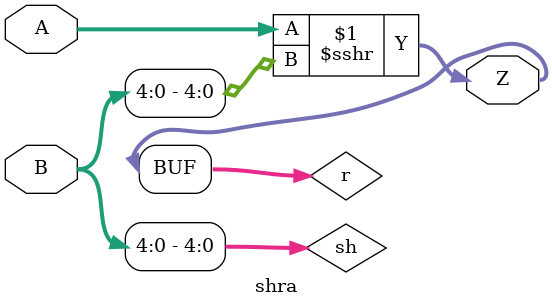
<source format=v>
module shra #(parameter DATA_WIDTH = 32)(
   input signed [DATA_WIDTH-1:0] A,
   input  [DATA_WIDTH-1:0] B,
   output signed [DATA_WIDTH-1:0] Z
);
   wire   [4:0]  sh;
   wire   [DATA_WIDTH-1:0] r;
   assign sh = B[4:0];
   assign r = A >>> sh;
   assign Z = r;

endmodule


</source>
